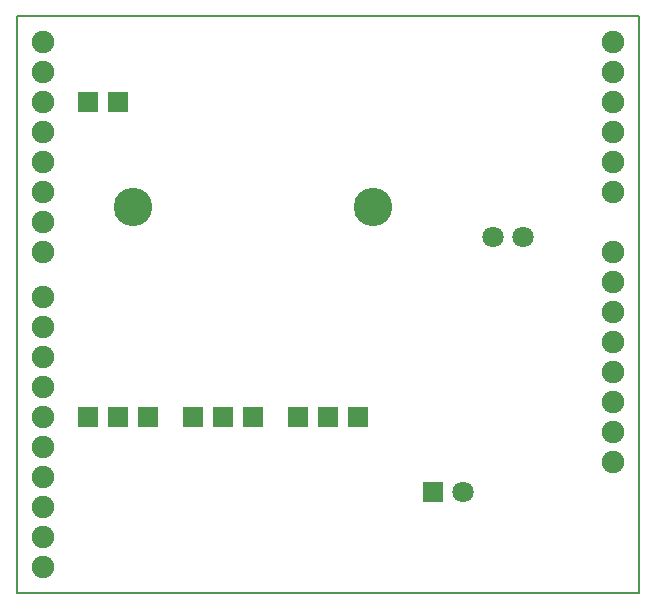
<source format=gbr>
%FSLAX23Y23*%
%MOIN*%
G04 EasyPC Gerber Version 18.0.1 Build 3581 *
%ADD96R,0.07102X0.07102*%
%ADD10C,0.00800*%
%ADD101C,0.07102*%
%ADD95C,0.07496*%
%ADD99C,0.12811*%
X0Y0D02*
D02*
D10*
X417Y924D02*
X2492D01*
Y2849*
X417*
Y924*
D02*
D95*
X504Y1012D03*
Y1112D03*
Y1212D03*
Y1312D03*
Y1412D03*
Y1512D03*
Y1612D03*
Y1712D03*
Y1812D03*
Y1912D03*
Y2062D03*
Y2162D03*
Y2262D03*
Y2362D03*
Y2462D03*
Y2562D03*
Y2662D03*
Y2762D03*
X2404Y1362D03*
Y1462D03*
Y1562D03*
Y1662D03*
Y1762D03*
Y1862D03*
Y1962D03*
Y2062D03*
Y2262D03*
Y2362D03*
Y2462D03*
Y2562D03*
Y2662D03*
Y2762D03*
D02*
D96*
X654Y1512D03*
Y2562D03*
X754Y1512D03*
Y2562D03*
X854Y1512D03*
X1004D03*
X1104D03*
X1204D03*
X1354D03*
X1454D03*
X1554D03*
X1804Y1262D03*
D02*
D99*
X804Y2212D03*
X1604D03*
D02*
D101*
X1904Y1262D03*
X2004Y2112D03*
X2104D03*
X0Y0D02*
M02*

</source>
